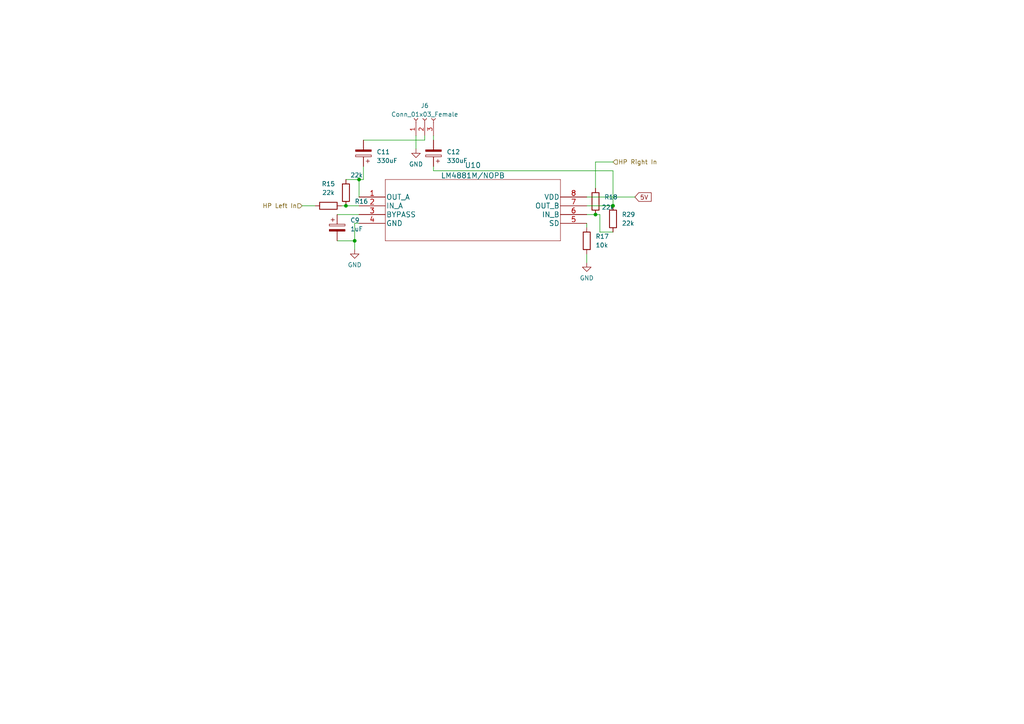
<source format=kicad_sch>
(kicad_sch (version 20230121) (generator eeschema)
  (paper "A4")
  (lib_symbols
    (symbol "2023-02-24_23-31-36:LM4881M/NOPB" (pin_names (offset 0.254))
      (property "Value" "LM4881M{slash}NOPB" (at 33.02 7.62 0))
      (symbol "LM4881M/NOPB_1_1"
        (polyline (pts (xy 7.62 -12.7) (xy 58.42 -12.7)) (stroke (width 0.127)))
        (polyline (pts (xy 7.62 5.08) (xy 7.62 -12.7)) (stroke (width 0.127)))
        (polyline (pts (xy 58.42 -12.7) (xy 58.42 5.08)) (stroke (width 0.127)))
        (polyline (pts (xy 58.42 5.08) (xy 7.62 5.08)) (stroke (width 0.127)))
        (pin output line (at 0 0 0) (length 7.62) (name "OUT_A") (number "1"))
        (pin input line (at 0 -2.54 0) (length 7.62) (name "IN_A") (number "2"))
        (pin passive line (at 0 -5.08 0) (length 7.62) (name "BYPASS") (number "3"))
        (pin power_in line (at 0 -7.62 0) (length 7.62) (name "GND") (number "4"))
        (pin input line (at 66.04 -7.62 180) (length 7.62) (name "SD") (number "5"))
        (pin input line (at 66.04 -5.08 180) (length 7.62) (name "IN_B") (number "6"))
        (pin output line (at 66.04 -2.54 180) (length 7.62) (name "OUT_B") (number "7"))
        (pin power_in line (at 66.04 0 180) (length 7.62) (name "VDD") (number "8"))
      )
    )
    (symbol "Connector:Conn_01x03_Female" (pin_names (offset 1.016) hide)
      (property "Reference" "J" (at 0 5.08 0))
      (property "Value" "Conn_01x03_Female" (at 0 -5.08 0))
      (symbol "Conn_01x03_Female_1_1"
        (arc (start 0 -2.032) (mid -0.5058 -2.54) (end 0 -3.048) (stroke (width 0.1524)))
        (polyline (pts (xy -1.27 -2.54) (xy -0.508 -2.54)) (stroke (width 0.1524)))
        (polyline (pts (xy -1.27 0) (xy -0.508 0)) (stroke (width 0.1524)))
        (polyline (pts (xy -1.27 2.54) (xy -0.508 2.54)) (stroke (width 0.1524)))
        (arc (start 0 0.508) (mid -0.5058 0) (end 0 -0.508) (stroke (width 0.1524)))
        (arc (start 0 3.048) (mid -0.5058 2.54) (end 0 2.032) (stroke (width 0.1524)))
        (pin passive line (at -5.08 2.54 0) (length 3.81) (name "Pin_1") (number "1"))
        (pin passive line (at -5.08 0 0) (length 3.81) (name "Pin_2") (number "2"))
        (pin passive line (at -5.08 -2.54 0) (length 3.81) (name "Pin_3") (number "3"))
      )
    )
    (symbol "Device:C_Polarized" (pin_numbers hide) (pin_names (offset 0.254))
      (property "Reference" "C" (at 0.635 2.54 0))
      (property "Value" "C_Polarized" (at 0.635 -2.54 0))
      (symbol "C_Polarized_0_1"
        (rectangle (start -2.286 0.508) (end 2.286 1.016))
        (polyline (pts (xy -1.778 2.286) (xy -0.762 2.286)))
        (polyline (pts (xy -1.27 2.794) (xy -1.27 1.778)))
        (rectangle (start 2.286 -0.508) (end -2.286 -1.016) (fill (type outline)))
      )
      (symbol "C_Polarized_1_1"
        (pin passive line (at 0 3.81 270) (length 2.794) (name "~") (number "1"))
        (pin passive line (at 0 -3.81 90) (length 2.794) (name "~") (number "2"))
      )
    )
    (symbol "Device:R" (pin_numbers hide) (pin_names (offset 0))
      (property "Reference" "R" (at 2.032 0 90))
      (property "Value" "R" (at 0 0 90))
      (symbol "R_0_1"
        (rectangle (start -1.016 -2.54) (end 1.016 2.54) (stroke (width 0.254)))
      )
      (symbol "R_1_1"
        (pin passive line (at 0 3.81 270) (length 1.27) (name "~") (number "1"))
        (pin passive line (at 0 -3.81 90) (length 1.27) (name "~") (number "2"))
      )
    )
    (symbol "power:GND" (power) (pin_names (offset 0))
      (property "Value" "GND" (at 0 -3.81 0))
      (symbol "GND_0_1"
        (polyline (pts (xy 0 0) (xy 0 -1.27) (xy 1.27 -1.27) (xy 0 -2.54) (xy -1.27 -1.27) (xy 0 -1.27)))
      )
      (symbol "GND_1_1"
        (pin power_in line (at 0 0 270) (length 0) hide (name "GND") (number "1"))
      )
    )
  )
  (junction (at 100.33 59.69))
  (junction (at 102.87 69.85))
  (junction (at 104.14 52.07))
  (junction (at 177.8 59.69))
  (junction (at 172.72 62.23))
  (wire (pts (xy 87.63 59.69) (xy 91.44 59.69)))
  (wire (pts (xy 172.72 46.99) (xy 172.72 54.61)))
  (wire (pts (xy 100.33 59.69) (xy 104.14 59.69)))
  (wire (pts (xy 104.14 52.07) (xy 100.33 52.07)))
  (wire (pts (xy 99.06 59.69) (xy 100.33 59.69)))
  (wire (pts (xy 97.79 62.23) (xy 104.14 62.23)))
  (wire (pts (xy 184.15 57.15) (xy 170.18 57.15)))
  (wire (pts (xy 170.18 59.69) (xy 177.8 59.69)))
  (wire (pts (xy 125.73 49.53) (xy 125.73 48.26)))
  (wire (pts (xy 104.14 64.77) (xy 102.87 64.77)))
  (wire (pts (xy 105.41 40.64) (xy 123.19 40.64)))
  (wire (pts (xy 172.72 46.99) (xy 177.8 46.99)))
  (wire (pts (xy 104.14 57.15) (xy 104.14 52.07)))
  (wire (pts (xy 102.87 69.85) (xy 102.87 72.39)))
  (wire (pts (xy 172.72 62.23) (xy 170.18 62.23)))
  (wire (pts (xy 173.99 62.23) (xy 172.72 62.23)))
  (wire (pts (xy 125.73 40.64) (xy 125.73 39.37)))
  (wire (pts (xy 170.18 73.66) (xy 170.18 76.2)))
  (wire (pts (xy 173.99 67.31) (xy 173.99 62.23)))
  (wire (pts (xy 170.18 64.77) (xy 170.18 66.04)))
  (wire (pts (xy 102.87 64.77) (xy 102.87 69.85)))
  (wire (pts (xy 105.41 52.07) (xy 105.41 48.26)))
  (wire (pts (xy 177.8 67.31) (xy 173.99 67.31)))
  (wire (pts (xy 177.8 49.53) (xy 125.73 49.53)))
  (wire (pts (xy 104.14 52.07) (xy 105.41 52.07)))
  (wire (pts (xy 97.79 69.85) (xy 102.87 69.85)))
  (wire (pts (xy 123.19 40.64) (xy 123.19 39.37)))
  (wire (pts (xy 177.8 59.69) (xy 177.8 49.53)))
  (wire (pts (xy 120.65 39.37) (xy 120.65 43.18)))
  (global_label "5V" (shape input) (at 184.15 57.15 0) (property "Intersheetrefs" "${INTERSHEET_REFS}" (effects hide)))
  (hierarchical_label "HP Right In" (shape input) (at 177.8 46.99 0))
  (hierarchical_label "HP Left In" (shape input) (at 87.63 59.69 180))
  (symbol (lib_id "Device:R") (at 95.25 59.69 270) (unit 1)
    (property "Reference" "R15" (at 95.25 53.34 90))
    (property "Value" "22k" (at 95.25 55.88 90))
    (property "Footprint" "Resistor_SMD:R_0603_1608Metric_Pad0.98x0.95mm_HandSolder" (effects hide))
  )
  (symbol (lib_id "2023-02-24_23-31-36:LM4881M/NOPB") (at 104.14 57.15 0) (unit 1)
    (property "Reference" "U10" (at 137.16 47.9224 0) (effects (font (size 1.524 1.524))))
    (property "Value" "LM4881M/NOPB" (at 137.16 50.9158 0) (effects (font (size 1.524 1.524))))
    (property "Footprint" "Package_SO:SOIC-8_3.9x4.9mm_P1.27mm" (effects hide))
  )
  (symbol (lib_id "Device:R") (at 172.72 58.42 180) (unit 1)
    (property "Reference" "R18" (at 175.26 57.15 0) (effects (justify right)))
    (property "Value" "22k" (at 174.498 60.1222 0) (effects (justify right)))
    (property "Footprint" "Resistor_SMD:R_0603_1608Metric_Pad0.98x0.95mm_HandSolder" (effects hide))
  )
  (symbol (lib_id "Device:R") (at 100.33 55.88 180) (unit 1)
    (property "Reference" "R16" (at 102.87 58.42 0) (effects (justify right)))
    (property "Value" "22k" (at 101.6 50.8 0) (effects (justify right)))
    (property "Footprint" "Resistor_SMD:R_0603_1608Metric_Pad0.98x0.95mm_HandSolder" (effects hide))
  )
  (symbol (lib_id "power:GND") (at 102.87 72.39 0) (unit 1)
    (property "Reference" "#PWR016" (effects hide))
    (property "Value" "GND" (at 102.87 76.8334 0))
  )
  (symbol (lib_id "power:GND") (at 170.18 76.2 0) (unit 1)
    (property "Reference" "#PWR024" (effects hide))
    (property "Value" "GND" (at 170.18 80.6434 0))
  )
  (symbol (lib_id "power:GND") (at 120.65 43.18 0) (unit 1)
    (property "Reference" "#PWR018" (effects hide))
    (property "Value" "GND" (at 120.65 47.6234 0))
  )
  (symbol (lib_id "Device:R") (at 170.18 69.85 180) (unit 1)
    (property "Reference" "R17" (at 172.72 68.58 0) (effects (justify right)))
    (property "Value" "10k" (at 172.72 71.12 0) (effects (justify right)))
    (property "Footprint" "Resistor_SMD:R_0603_1608Metric_Pad0.98x0.95mm_HandSolder" (effects hide))
  )
  (symbol (lib_id "Connector:Conn_01x03_Female") (at 123.19 34.29 90) (unit 1)
    (property "Reference" "J6" (at 123.19 30.641 90))
    (property "Value" "Conn_01x03_Female" (at 123.19 33.1779 90))
    (property "Footprint" "Connector_PinHeader_2.54mm:PinHeader_1x03_P2.54mm_Vertical" (effects hide))
  )
  (symbol (lib_id "Device:C_Polarized") (at 105.41 44.45 180) (unit 1)
    (property "Reference" "C11" (at 109.22 44.069 0) (effects (justify right)))
    (property "Value" "330uF" (at 109.22 46.609 0) (effects (justify right)))
    (property "Footprint" "Capacitor_SMD:CP_Elec_6.3x7.7" (effects hide))
  )
  (symbol (lib_id "Device:C_Polarized") (at 125.73 44.45 180) (unit 1)
    (property "Reference" "C12" (at 129.54 44.069 0) (effects (justify right)))
    (property "Value" "330uF" (at 129.54 46.609 0) (effects (justify right)))
    (property "Footprint" "Capacitor_SMD:CP_Elec_6.3x7.7" (effects hide))
  )
  (symbol (lib_id "Device:C_Polarized") (at 97.79 66.04 0) (unit 1)
    (property "Reference" "C9" (at 101.6 63.881 0) (effects (justify left)))
    (property "Value" "1uF" (at 101.6 66.421 0) (effects (justify left)))
    (property "Footprint" "Capacitor_SMD:CP_Elec_4x4.5" (effects hide))
  )
  (symbol (lib_id "Device:R") (at 177.8 63.5 180) (unit 1)
    (property "Reference" "R29" (at 180.34 62.23 0) (effects (justify right)))
    (property "Value" "22k" (at 180.34 64.77 0) (effects (justify right)))
    (property "Footprint" "Resistor_SMD:R_0603_1608Metric_Pad0.98x0.95mm_HandSolder" (effects hide))
  )
)
</source>
